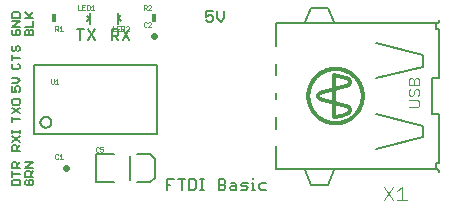
<source format=gbr>
G04 EAGLE Gerber X2 export*
%TF.Part,Single*%
%TF.FileFunction,Legend,Top,1*%
%TF.FilePolarity,Positive*%
%TF.GenerationSoftware,Autodesk,EAGLE,9.1.0*%
%TF.CreationDate,2018-08-24T06:17:03Z*%
G75*
%MOMM*%
%FSLAX34Y34*%
%LPD*%
%AMOC8*
5,1,8,0,0,1.08239X$1,22.5*%
G01*
%ADD10C,0.127000*%
%ADD11C,0.152400*%
%ADD12C,0.558800*%
%ADD13C,0.025400*%
%ADD14C,0.203200*%
%ADD15R,0.457200X0.762000*%
%ADD16C,0.304800*%
%ADD17C,0.101600*%
%ADD18R,0.200000X0.100000*%


D10*
X5201Y97032D02*
X5201Y92456D01*
X8633Y92456D01*
X7489Y94744D01*
X7489Y95888D01*
X8633Y97032D01*
X10921Y97032D01*
X12065Y95888D01*
X12065Y93600D01*
X10921Y92456D01*
X9777Y99940D02*
X5201Y99940D01*
X9777Y99940D02*
X12065Y102228D01*
X9777Y104516D01*
X5201Y104516D01*
X5201Y69090D02*
X12065Y69090D01*
X5201Y66802D02*
X5201Y71378D01*
X5201Y74286D02*
X12065Y78862D01*
X12065Y74286D02*
X5201Y78862D01*
X5201Y82914D02*
X5201Y85202D01*
X5201Y82914D02*
X6345Y81770D01*
X10921Y81770D01*
X12065Y82914D01*
X12065Y85202D01*
X10921Y86346D01*
X6345Y86346D01*
X5201Y85202D01*
X5201Y42672D02*
X12065Y42672D01*
X5201Y42672D02*
X5201Y46104D01*
X6345Y47248D01*
X8633Y47248D01*
X9777Y46104D01*
X9777Y42672D01*
X9777Y44960D02*
X12065Y47248D01*
X5201Y50156D02*
X12065Y54732D01*
X12065Y50156D02*
X5201Y54732D01*
X12065Y57640D02*
X12065Y59928D01*
X12065Y58784D02*
X5201Y58784D01*
X5201Y57640D02*
X5201Y59928D01*
X5201Y143767D02*
X6345Y144911D01*
X5201Y143767D02*
X5201Y141479D01*
X6345Y140335D01*
X10921Y140335D01*
X12065Y141479D01*
X12065Y143767D01*
X10921Y144911D01*
X8633Y144911D01*
X8633Y142623D01*
X12065Y147819D02*
X5201Y147819D01*
X12065Y152395D01*
X5201Y152395D01*
X5201Y155303D02*
X12065Y155303D01*
X12065Y158735D01*
X10921Y159879D01*
X6345Y159879D01*
X5201Y158735D01*
X5201Y155303D01*
D11*
X136652Y18295D02*
X136652Y9652D01*
X136652Y18295D02*
X142414Y18295D01*
X139533Y13974D02*
X136652Y13974D01*
X148888Y9652D02*
X148888Y18295D01*
X146007Y18295D02*
X151769Y18295D01*
X155362Y18295D02*
X155362Y9652D01*
X159684Y9652D01*
X161125Y11093D01*
X161125Y16855D01*
X159684Y18295D01*
X155362Y18295D01*
X164718Y9652D02*
X167599Y9652D01*
X166158Y9652D02*
X166158Y18295D01*
X164718Y18295D02*
X167599Y18295D01*
X180310Y18295D02*
X180310Y9652D01*
X180310Y18295D02*
X184631Y18295D01*
X186072Y16855D01*
X186072Y15414D01*
X184631Y13974D01*
X186072Y12533D01*
X186072Y11093D01*
X184631Y9652D01*
X180310Y9652D01*
X180310Y13974D02*
X184631Y13974D01*
X191105Y15414D02*
X193986Y15414D01*
X195427Y13974D01*
X195427Y9652D01*
X191105Y9652D01*
X189665Y11093D01*
X191105Y12533D01*
X195427Y12533D01*
X199020Y9652D02*
X203342Y9652D01*
X204782Y11093D01*
X203342Y12533D01*
X200460Y12533D01*
X199020Y13974D01*
X200460Y15414D01*
X204782Y15414D01*
X208375Y15414D02*
X209816Y15414D01*
X209816Y9652D01*
X211256Y9652D02*
X208375Y9652D01*
X209816Y18295D02*
X209816Y19736D01*
X216052Y15414D02*
X220374Y15414D01*
X216052Y15414D02*
X214612Y13974D01*
X214612Y11093D01*
X216052Y9652D01*
X220374Y9652D01*
D10*
X12065Y13335D02*
X5201Y13335D01*
X12065Y13335D02*
X12065Y16767D01*
X10921Y17911D01*
X6345Y17911D01*
X5201Y16767D01*
X5201Y13335D01*
X5201Y23107D02*
X12065Y23107D01*
X5201Y20819D02*
X5201Y25395D01*
X5201Y28303D02*
X12065Y28303D01*
X5201Y28303D02*
X5201Y31735D01*
X6345Y32879D01*
X8633Y32879D01*
X9777Y31735D01*
X9777Y28303D01*
X9777Y30591D02*
X12065Y32879D01*
D11*
X89662Y136652D02*
X89662Y145295D01*
X93984Y145295D01*
X95424Y143855D01*
X95424Y140974D01*
X93984Y139533D01*
X89662Y139533D01*
X92543Y139533D02*
X95424Y136652D01*
X104779Y136652D02*
X99017Y145295D01*
X104779Y145295D02*
X99017Y136652D01*
X63333Y136652D02*
X63333Y145295D01*
X60452Y145295D02*
X66214Y145295D01*
X69807Y145295D02*
X75569Y136652D01*
X69807Y136652D02*
X75569Y145295D01*
D10*
X6091Y116336D02*
X4947Y115192D01*
X4947Y112904D01*
X6091Y111760D01*
X10667Y111760D01*
X11811Y112904D01*
X11811Y115192D01*
X10667Y116336D01*
X11811Y121532D02*
X4947Y121532D01*
X4947Y119244D02*
X4947Y123820D01*
X4947Y130160D02*
X6091Y131304D01*
X4947Y130160D02*
X4947Y127872D01*
X6091Y126728D01*
X7235Y126728D01*
X8379Y127872D01*
X8379Y130160D01*
X9523Y131304D01*
X10667Y131304D01*
X11811Y130160D01*
X11811Y127872D01*
X10667Y126728D01*
D11*
X169672Y160535D02*
X175434Y160535D01*
X169672Y160535D02*
X169672Y156214D01*
X172553Y157654D01*
X173994Y157654D01*
X175434Y156214D01*
X175434Y153333D01*
X173994Y151892D01*
X171113Y151892D01*
X169672Y153333D01*
X179027Y154773D02*
X179027Y160535D01*
X179027Y154773D02*
X181908Y151892D01*
X184789Y154773D01*
X184789Y160535D01*
D10*
X23495Y140335D02*
X16631Y140335D01*
X16631Y143767D01*
X17775Y144911D01*
X18919Y144911D01*
X20063Y143767D01*
X21207Y144911D01*
X22351Y144911D01*
X23495Y143767D01*
X23495Y140335D01*
X20063Y140335D02*
X20063Y143767D01*
X16631Y147819D02*
X23495Y147819D01*
X23495Y152395D01*
X23495Y155303D02*
X16631Y155303D01*
X21207Y155303D02*
X16631Y159879D01*
X20063Y156447D02*
X23495Y159879D01*
X17775Y17911D02*
X16631Y16767D01*
X16631Y14479D01*
X17775Y13335D01*
X22351Y13335D01*
X23495Y14479D01*
X23495Y16767D01*
X22351Y17911D01*
X20063Y17911D01*
X20063Y15623D01*
X23495Y20819D02*
X16631Y20819D01*
X16631Y24251D01*
X17775Y25395D01*
X20063Y25395D01*
X21207Y24251D01*
X21207Y20819D01*
X21207Y23107D02*
X23495Y25395D01*
X23495Y28303D02*
X16631Y28303D01*
X23495Y32879D01*
X16631Y32879D01*
D12*
X125730Y139395D02*
X125730Y140005D01*
D13*
X119509Y150625D02*
X118874Y151260D01*
X117603Y151260D01*
X116967Y150625D01*
X116967Y148083D01*
X117603Y147447D01*
X118874Y147447D01*
X119509Y148083D01*
X120709Y147447D02*
X123251Y147447D01*
X120709Y147447D02*
X123251Y149989D01*
X123251Y150625D01*
X122616Y151260D01*
X121345Y151260D01*
X120709Y150625D01*
D14*
X91600Y15940D02*
X76600Y15940D01*
X76600Y39940D01*
X91600Y39940D01*
X111600Y15940D02*
X122600Y15940D01*
X126600Y19940D01*
X126600Y35940D01*
X122600Y39940D01*
X111600Y39940D01*
D10*
X105410Y38100D02*
X105410Y17780D01*
D13*
X78869Y45055D02*
X78234Y45690D01*
X76963Y45690D01*
X76327Y45055D01*
X76327Y42513D01*
X76963Y41877D01*
X78234Y41877D01*
X78869Y42513D01*
X80069Y45690D02*
X82611Y45690D01*
X80069Y45690D02*
X80069Y43784D01*
X81340Y44419D01*
X81976Y44419D01*
X82611Y43784D01*
X82611Y42513D01*
X81976Y41877D01*
X80705Y41877D01*
X80069Y42513D01*
D12*
X50800Y28245D02*
X50800Y27635D01*
D13*
X44579Y38865D02*
X43944Y39500D01*
X42673Y39500D01*
X42037Y38865D01*
X42037Y36323D01*
X42673Y35687D01*
X43944Y35687D01*
X44579Y36323D01*
X45779Y38229D02*
X47050Y39500D01*
X47050Y35687D01*
X45779Y35687D02*
X48321Y35687D01*
D11*
X24200Y115610D02*
X128200Y115610D01*
X128200Y57110D01*
X24200Y57110D01*
X24200Y115610D01*
X29354Y66860D02*
X29356Y66996D01*
X29362Y67131D01*
X29372Y67266D01*
X29386Y67401D01*
X29404Y67535D01*
X29426Y67669D01*
X29452Y67802D01*
X29481Y67935D01*
X29515Y68066D01*
X29553Y68196D01*
X29594Y68325D01*
X29639Y68453D01*
X29688Y68580D01*
X29740Y68705D01*
X29797Y68828D01*
X29856Y68950D01*
X29920Y69069D01*
X29987Y69187D01*
X30057Y69303D01*
X30131Y69417D01*
X30208Y69528D01*
X30288Y69638D01*
X30372Y69744D01*
X30458Y69849D01*
X30548Y69950D01*
X30641Y70049D01*
X30736Y70146D01*
X30835Y70239D01*
X30936Y70329D01*
X31039Y70417D01*
X31145Y70501D01*
X31254Y70582D01*
X31365Y70660D01*
X31478Y70735D01*
X31594Y70806D01*
X31711Y70874D01*
X31830Y70938D01*
X31952Y70999D01*
X32074Y71056D01*
X32199Y71109D01*
X32325Y71159D01*
X32453Y71205D01*
X32581Y71248D01*
X32711Y71286D01*
X32843Y71321D01*
X32975Y71351D01*
X33107Y71378D01*
X33241Y71401D01*
X33375Y71420D01*
X33510Y71435D01*
X33645Y71446D01*
X33781Y71453D01*
X33916Y71456D01*
X34052Y71455D01*
X34187Y71450D01*
X34322Y71441D01*
X34457Y71428D01*
X34592Y71411D01*
X34726Y71390D01*
X34859Y71365D01*
X34992Y71336D01*
X35123Y71304D01*
X35254Y71267D01*
X35383Y71227D01*
X35511Y71183D01*
X35638Y71135D01*
X35763Y71083D01*
X35887Y71028D01*
X36009Y70969D01*
X36130Y70906D01*
X36248Y70840D01*
X36364Y70771D01*
X36479Y70698D01*
X36591Y70622D01*
X36701Y70542D01*
X36808Y70459D01*
X36913Y70373D01*
X37015Y70285D01*
X37115Y70193D01*
X37212Y70098D01*
X37306Y70000D01*
X37397Y69900D01*
X37485Y69797D01*
X37570Y69691D01*
X37652Y69583D01*
X37731Y69473D01*
X37806Y69360D01*
X37878Y69245D01*
X37947Y69129D01*
X38012Y69010D01*
X38074Y68889D01*
X38132Y68766D01*
X38186Y68642D01*
X38237Y68517D01*
X38284Y68389D01*
X38327Y68261D01*
X38367Y68131D01*
X38402Y68000D01*
X38434Y67869D01*
X38462Y67736D01*
X38486Y67602D01*
X38506Y67468D01*
X38522Y67334D01*
X38534Y67199D01*
X38542Y67063D01*
X38546Y66928D01*
X38546Y66792D01*
X38542Y66657D01*
X38534Y66521D01*
X38522Y66386D01*
X38506Y66252D01*
X38486Y66118D01*
X38462Y65984D01*
X38434Y65851D01*
X38402Y65720D01*
X38367Y65589D01*
X38327Y65459D01*
X38284Y65331D01*
X38237Y65203D01*
X38186Y65078D01*
X38132Y64954D01*
X38074Y64831D01*
X38012Y64710D01*
X37947Y64591D01*
X37878Y64475D01*
X37806Y64360D01*
X37731Y64247D01*
X37652Y64137D01*
X37570Y64029D01*
X37485Y63923D01*
X37397Y63820D01*
X37306Y63720D01*
X37212Y63622D01*
X37115Y63527D01*
X37015Y63435D01*
X36913Y63347D01*
X36808Y63261D01*
X36701Y63178D01*
X36591Y63098D01*
X36479Y63022D01*
X36364Y62949D01*
X36248Y62880D01*
X36130Y62814D01*
X36009Y62751D01*
X35887Y62692D01*
X35763Y62637D01*
X35638Y62585D01*
X35511Y62537D01*
X35383Y62493D01*
X35254Y62453D01*
X35123Y62416D01*
X34992Y62384D01*
X34859Y62355D01*
X34726Y62330D01*
X34592Y62309D01*
X34457Y62292D01*
X34322Y62279D01*
X34187Y62270D01*
X34052Y62265D01*
X33916Y62264D01*
X33781Y62267D01*
X33645Y62274D01*
X33510Y62285D01*
X33375Y62300D01*
X33241Y62319D01*
X33107Y62342D01*
X32975Y62369D01*
X32843Y62399D01*
X32711Y62434D01*
X32581Y62472D01*
X32453Y62515D01*
X32325Y62561D01*
X32199Y62611D01*
X32074Y62664D01*
X31952Y62721D01*
X31830Y62782D01*
X31711Y62846D01*
X31594Y62914D01*
X31478Y62985D01*
X31365Y63060D01*
X31254Y63138D01*
X31145Y63219D01*
X31039Y63303D01*
X30936Y63391D01*
X30835Y63481D01*
X30736Y63574D01*
X30641Y63671D01*
X30548Y63770D01*
X30458Y63871D01*
X30372Y63976D01*
X30288Y64082D01*
X30208Y64192D01*
X30131Y64303D01*
X30057Y64417D01*
X29987Y64533D01*
X29920Y64651D01*
X29856Y64770D01*
X29797Y64892D01*
X29740Y65015D01*
X29688Y65140D01*
X29639Y65267D01*
X29594Y65395D01*
X29553Y65524D01*
X29515Y65654D01*
X29481Y65785D01*
X29452Y65918D01*
X29426Y66051D01*
X29404Y66185D01*
X29386Y66319D01*
X29372Y66454D01*
X29362Y66589D01*
X29356Y66724D01*
X29354Y66860D01*
D13*
X38227Y99823D02*
X38227Y103000D01*
X38227Y99823D02*
X38863Y99187D01*
X40134Y99187D01*
X40769Y99823D01*
X40769Y103000D01*
X41969Y101729D02*
X43240Y103000D01*
X43240Y99187D01*
X41969Y99187D02*
X44511Y99187D01*
D15*
X40640Y154940D03*
D13*
X42173Y147831D02*
X42173Y144018D01*
X42173Y147831D02*
X44079Y147831D01*
X44715Y147196D01*
X44715Y145925D01*
X44079Y145289D01*
X42173Y145289D01*
X43444Y145289D02*
X44715Y144018D01*
X45915Y146560D02*
X47186Y147831D01*
X47186Y144018D01*
X45915Y144018D02*
X48457Y144018D01*
D15*
X125730Y154940D03*
D13*
X116967Y162052D02*
X116967Y165865D01*
X118874Y165865D01*
X119509Y165230D01*
X119509Y163959D01*
X118874Y163323D01*
X116967Y163323D01*
X118238Y163323D02*
X119509Y162052D01*
X120709Y162052D02*
X123251Y162052D01*
X120709Y162052D02*
X123251Y164594D01*
X123251Y165230D01*
X122616Y165865D01*
X121345Y165865D01*
X120709Y165230D01*
D14*
X71550Y154940D02*
X71550Y150340D01*
X71550Y154940D02*
X71550Y159540D01*
X71550Y154940D02*
X68450Y152602D01*
X71396Y155194D02*
X68450Y157124D01*
D13*
X61087Y162052D02*
X61087Y165865D01*
X61087Y162052D02*
X63629Y162052D01*
X64829Y165865D02*
X67371Y165865D01*
X64829Y165865D02*
X64829Y162052D01*
X67371Y162052D01*
X66100Y163959D02*
X64829Y163959D01*
X68571Y165865D02*
X68571Y162052D01*
X70478Y162052D01*
X71113Y162688D01*
X71113Y165230D01*
X70478Y165865D01*
X68571Y165865D01*
X72313Y164594D02*
X73584Y165865D01*
X73584Y162052D01*
X72313Y162052D02*
X74855Y162052D01*
D14*
X94820Y159540D02*
X94820Y154940D01*
X94820Y150340D01*
X94820Y154940D02*
X97920Y157278D01*
X94974Y154686D02*
X97920Y152756D01*
D13*
X90569Y147831D02*
X90569Y144018D01*
X93111Y144018D01*
X94311Y147831D02*
X96853Y147831D01*
X94311Y147831D02*
X94311Y144018D01*
X96853Y144018D01*
X95582Y145925D02*
X94311Y145925D01*
X98053Y147831D02*
X98053Y144018D01*
X99959Y144018D01*
X100595Y144654D01*
X100595Y147196D01*
X99959Y147831D01*
X98053Y147831D01*
X101795Y144018D02*
X104337Y144018D01*
X101795Y144018D02*
X104337Y146560D01*
X104337Y147196D01*
X103702Y147831D01*
X102430Y147831D01*
X101795Y147196D01*
D14*
X229300Y27400D02*
X364300Y27400D01*
X229300Y27400D02*
X229300Y46400D01*
X229300Y61400D02*
X229300Y71400D01*
X229300Y86400D02*
X229300Y91400D01*
X229300Y106400D02*
X229300Y116400D01*
X229300Y131400D02*
X229300Y150400D01*
X364300Y150400D01*
X364300Y145900D01*
X367300Y145900D01*
X367300Y103900D01*
X361300Y103900D01*
X361300Y73900D01*
X367300Y73900D01*
X367300Y31900D01*
X364300Y31900D01*
X364300Y27400D02*
X364407Y27398D01*
X364514Y27392D01*
X364621Y27383D01*
X364727Y27369D01*
X364833Y27352D01*
X364938Y27331D01*
X365042Y27307D01*
X365145Y27278D01*
X365247Y27246D01*
X365348Y27211D01*
X365448Y27172D01*
X365546Y27129D01*
X365643Y27083D01*
X365738Y27033D01*
X365831Y26980D01*
X365922Y26924D01*
X366011Y26864D01*
X366098Y26802D01*
X366182Y26736D01*
X366265Y26667D01*
X366344Y26596D01*
X366421Y26521D01*
X366496Y26444D01*
X366567Y26365D01*
X366636Y26282D01*
X366702Y26198D01*
X366764Y26111D01*
X366824Y26022D01*
X366880Y25931D01*
X366933Y25838D01*
X366983Y25743D01*
X367029Y25646D01*
X367072Y25548D01*
X367111Y25448D01*
X367146Y25347D01*
X367178Y25245D01*
X367207Y25142D01*
X367231Y25038D01*
X367252Y24933D01*
X367269Y24827D01*
X367283Y24721D01*
X367292Y24614D01*
X367298Y24507D01*
X367300Y24400D01*
X364300Y150400D02*
X364407Y150402D01*
X364514Y150408D01*
X364621Y150417D01*
X364727Y150431D01*
X364833Y150448D01*
X364938Y150469D01*
X365042Y150493D01*
X365145Y150522D01*
X365247Y150554D01*
X365348Y150589D01*
X365448Y150628D01*
X365546Y150671D01*
X365643Y150717D01*
X365738Y150767D01*
X365831Y150820D01*
X365922Y150876D01*
X366011Y150936D01*
X366098Y150998D01*
X366182Y151064D01*
X366265Y151133D01*
X366344Y151204D01*
X366421Y151279D01*
X366496Y151356D01*
X366567Y151435D01*
X366636Y151518D01*
X366702Y151602D01*
X366764Y151689D01*
X366824Y151778D01*
X366880Y151869D01*
X366933Y151962D01*
X366983Y152057D01*
X367029Y152154D01*
X367072Y152252D01*
X367111Y152352D01*
X367146Y152453D01*
X367178Y152555D01*
X367207Y152658D01*
X367231Y152762D01*
X367252Y152867D01*
X367269Y152973D01*
X367283Y153079D01*
X367292Y153186D01*
X367298Y153293D01*
X367300Y153400D01*
X364300Y31900D02*
X364300Y27400D01*
X258300Y13900D02*
X253300Y26400D01*
X258300Y13900D02*
X273300Y13900D01*
X278300Y26400D01*
X278300Y151400D02*
X273300Y163900D01*
X258300Y163900D01*
X253300Y151400D01*
X313300Y73900D02*
X353300Y63900D01*
X353300Y53900D01*
X313300Y43900D01*
X353300Y123900D02*
X313300Y133900D01*
X353300Y123900D02*
X353300Y113900D01*
X313300Y103900D01*
D16*
X278300Y106400D02*
X278300Y71400D01*
X278300Y70900D02*
X284800Y72400D01*
X288300Y73400D01*
X290300Y74400D01*
X291800Y75900D01*
X288300Y80400D02*
X284800Y81400D01*
X288300Y80400D02*
X290300Y79400D01*
X291800Y77900D01*
X291800Y75900D01*
X271800Y93400D02*
X268300Y92400D01*
X266300Y91400D01*
X264800Y89900D01*
X271800Y84400D02*
X284800Y81400D01*
X271800Y84400D02*
X268300Y85400D01*
X266300Y86400D01*
X264800Y87900D01*
X264800Y89900D01*
X271800Y93400D02*
X284800Y96400D01*
X288300Y97400D01*
X290300Y98400D01*
X291800Y99900D01*
X284800Y105400D02*
X278300Y106900D01*
X284800Y105400D02*
X288300Y104400D01*
X290300Y103400D01*
X291800Y101900D01*
X291800Y99900D01*
X256279Y88900D02*
X256286Y89465D01*
X256307Y90030D01*
X256341Y90594D01*
X256390Y91156D01*
X256452Y91718D01*
X256528Y92278D01*
X256618Y92836D01*
X256721Y93391D01*
X256838Y93944D01*
X256969Y94494D01*
X257113Y95040D01*
X257270Y95583D01*
X257441Y96121D01*
X257625Y96656D01*
X257822Y97185D01*
X258031Y97710D01*
X258254Y98229D01*
X258489Y98743D01*
X258737Y99251D01*
X258997Y99752D01*
X259270Y100247D01*
X259554Y100735D01*
X259851Y101216D01*
X260159Y101690D01*
X260478Y102156D01*
X260809Y102614D01*
X261151Y103063D01*
X261505Y103504D01*
X261868Y103937D01*
X262243Y104360D01*
X262627Y104774D01*
X263022Y105178D01*
X263426Y105573D01*
X263840Y105957D01*
X264263Y106332D01*
X264696Y106695D01*
X265137Y107049D01*
X265586Y107391D01*
X266044Y107722D01*
X266510Y108041D01*
X266984Y108349D01*
X267465Y108646D01*
X267953Y108930D01*
X268448Y109203D01*
X268949Y109463D01*
X269457Y109711D01*
X269971Y109946D01*
X270490Y110169D01*
X271015Y110378D01*
X271544Y110575D01*
X272079Y110759D01*
X272617Y110930D01*
X273160Y111087D01*
X273706Y111231D01*
X274256Y111362D01*
X274809Y111479D01*
X275364Y111582D01*
X275922Y111672D01*
X276482Y111748D01*
X277044Y111810D01*
X277606Y111859D01*
X278170Y111893D01*
X278735Y111914D01*
X279300Y111921D01*
X279865Y111914D01*
X280430Y111893D01*
X280994Y111859D01*
X281556Y111810D01*
X282118Y111748D01*
X282678Y111672D01*
X283236Y111582D01*
X283791Y111479D01*
X284344Y111362D01*
X284894Y111231D01*
X285440Y111087D01*
X285983Y110930D01*
X286521Y110759D01*
X287056Y110575D01*
X287585Y110378D01*
X288110Y110169D01*
X288629Y109946D01*
X289143Y109711D01*
X289651Y109463D01*
X290152Y109203D01*
X290647Y108930D01*
X291135Y108646D01*
X291616Y108349D01*
X292090Y108041D01*
X292556Y107722D01*
X293014Y107391D01*
X293463Y107049D01*
X293904Y106695D01*
X294337Y106332D01*
X294760Y105957D01*
X295174Y105573D01*
X295578Y105178D01*
X295973Y104774D01*
X296357Y104360D01*
X296732Y103937D01*
X297095Y103504D01*
X297449Y103063D01*
X297791Y102614D01*
X298122Y102156D01*
X298441Y101690D01*
X298749Y101216D01*
X299046Y100735D01*
X299330Y100247D01*
X299603Y99752D01*
X299863Y99251D01*
X300111Y98743D01*
X300346Y98229D01*
X300569Y97710D01*
X300778Y97185D01*
X300975Y96656D01*
X301159Y96121D01*
X301330Y95583D01*
X301487Y95040D01*
X301631Y94494D01*
X301762Y93944D01*
X301879Y93391D01*
X301982Y92836D01*
X302072Y92278D01*
X302148Y91718D01*
X302210Y91156D01*
X302259Y90594D01*
X302293Y90030D01*
X302314Y89465D01*
X302321Y88900D01*
X302314Y88335D01*
X302293Y87770D01*
X302259Y87206D01*
X302210Y86644D01*
X302148Y86082D01*
X302072Y85522D01*
X301982Y84964D01*
X301879Y84409D01*
X301762Y83856D01*
X301631Y83306D01*
X301487Y82760D01*
X301330Y82217D01*
X301159Y81679D01*
X300975Y81144D01*
X300778Y80615D01*
X300569Y80090D01*
X300346Y79571D01*
X300111Y79057D01*
X299863Y78549D01*
X299603Y78048D01*
X299330Y77553D01*
X299046Y77065D01*
X298749Y76584D01*
X298441Y76110D01*
X298122Y75644D01*
X297791Y75186D01*
X297449Y74737D01*
X297095Y74296D01*
X296732Y73863D01*
X296357Y73440D01*
X295973Y73026D01*
X295578Y72622D01*
X295174Y72227D01*
X294760Y71843D01*
X294337Y71468D01*
X293904Y71105D01*
X293463Y70751D01*
X293014Y70409D01*
X292556Y70078D01*
X292090Y69759D01*
X291616Y69451D01*
X291135Y69154D01*
X290647Y68870D01*
X290152Y68597D01*
X289651Y68337D01*
X289143Y68089D01*
X288629Y67854D01*
X288110Y67631D01*
X287585Y67422D01*
X287056Y67225D01*
X286521Y67041D01*
X285983Y66870D01*
X285440Y66713D01*
X284894Y66569D01*
X284344Y66438D01*
X283791Y66321D01*
X283236Y66218D01*
X282678Y66128D01*
X282118Y66052D01*
X281556Y65990D01*
X280994Y65941D01*
X280430Y65907D01*
X279865Y65886D01*
X279300Y65879D01*
X278735Y65886D01*
X278170Y65907D01*
X277606Y65941D01*
X277044Y65990D01*
X276482Y66052D01*
X275922Y66128D01*
X275364Y66218D01*
X274809Y66321D01*
X274256Y66438D01*
X273706Y66569D01*
X273160Y66713D01*
X272617Y66870D01*
X272079Y67041D01*
X271544Y67225D01*
X271015Y67422D01*
X270490Y67631D01*
X269971Y67854D01*
X269457Y68089D01*
X268949Y68337D01*
X268448Y68597D01*
X267953Y68870D01*
X267465Y69154D01*
X266984Y69451D01*
X266510Y69759D01*
X266044Y70078D01*
X265586Y70409D01*
X265137Y70751D01*
X264696Y71105D01*
X264263Y71468D01*
X263840Y71843D01*
X263426Y72227D01*
X263022Y72622D01*
X262627Y73026D01*
X262243Y73440D01*
X261868Y73863D01*
X261505Y74296D01*
X261151Y74737D01*
X260809Y75186D01*
X260478Y75644D01*
X260159Y76110D01*
X259851Y76584D01*
X259554Y77065D01*
X259270Y77553D01*
X258997Y78048D01*
X258737Y78549D01*
X258489Y79057D01*
X258254Y79571D01*
X258031Y80090D01*
X257822Y80615D01*
X257625Y81144D01*
X257441Y81679D01*
X257270Y82217D01*
X257113Y82760D01*
X256969Y83306D01*
X256838Y83856D01*
X256721Y84409D01*
X256618Y84964D01*
X256528Y85522D01*
X256452Y86082D01*
X256390Y86644D01*
X256341Y87206D01*
X256307Y87770D01*
X256286Y88335D01*
X256279Y88900D01*
D17*
X320020Y12202D02*
X327816Y508D01*
X320020Y508D02*
X327816Y12202D01*
X331714Y8304D02*
X335612Y12202D01*
X335612Y508D01*
X331714Y508D02*
X339510Y508D01*
X341140Y79408D02*
X348767Y79408D01*
X350292Y80933D01*
X350292Y83984D01*
X348767Y85509D01*
X341140Y85509D01*
X341140Y93339D02*
X342666Y94864D01*
X341140Y93339D02*
X341140Y90288D01*
X342666Y88763D01*
X344191Y88763D01*
X345716Y90288D01*
X345716Y93339D01*
X347241Y94864D01*
X348767Y94864D01*
X350292Y93339D01*
X350292Y90288D01*
X348767Y88763D01*
X350292Y98118D02*
X341140Y98118D01*
X341140Y102694D01*
X342666Y104220D01*
X344191Y104220D01*
X345716Y102694D01*
X347241Y104220D01*
X348767Y104220D01*
X350292Y102694D01*
X350292Y98118D01*
X345716Y98118D02*
X345716Y102694D01*
D18*
X367300Y23900D03*
X367300Y153900D03*
M02*

</source>
